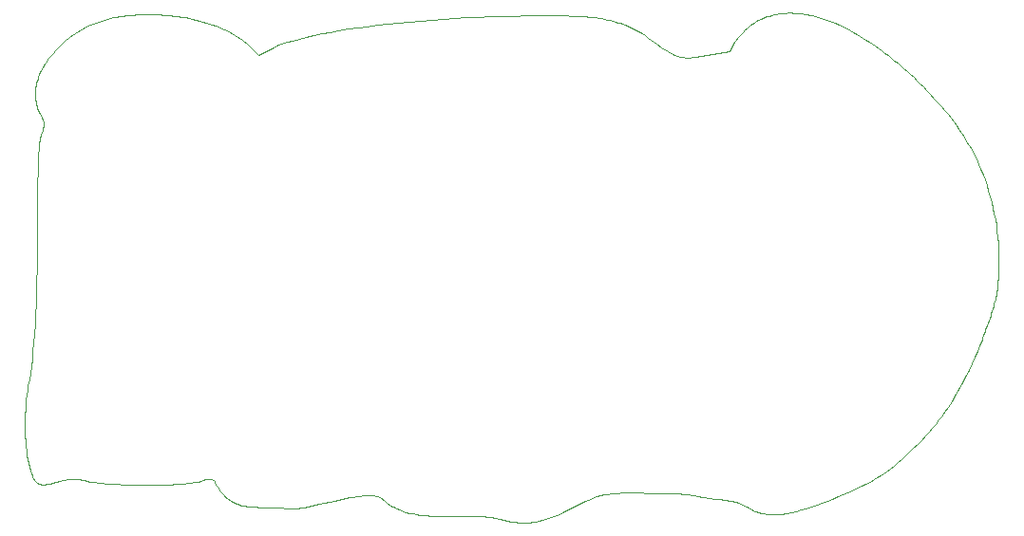
<source format=gbr>
G04 #@! TF.FileFunction,Profile,NP*
%FSLAX46Y46*%
G04 Gerber Fmt 4.6, Leading zero omitted, Abs format (unit mm)*
G04 Created by KiCad (PCBNEW 4.0.7-e0-6372~58~ubuntu16.04.1) date Tue Jul 24 02:48:08 2018*
%MOMM*%
%LPD*%
G01*
G04 APERTURE LIST*
%ADD10C,0.100000*%
G04 APERTURE END LIST*
D10*
X52503771Y-74955291D02*
X52774141Y-74874406D01*
X52774141Y-74874406D02*
X52997865Y-74814360D01*
X52997865Y-74814360D02*
X53181038Y-74775295D01*
X53181038Y-74775295D02*
X53259323Y-74763668D01*
X53259323Y-74763668D02*
X53329756Y-74757346D01*
X53329756Y-74757346D02*
X53393099Y-74756217D01*
X53393099Y-74756217D02*
X53450114Y-74760535D01*
X53450114Y-74760535D02*
X53501562Y-74770187D01*
X53501562Y-74770187D02*
X53548207Y-74785229D01*
X53548207Y-74785229D02*
X53590809Y-74805662D01*
X53590809Y-74805662D02*
X53630130Y-74831486D01*
X53630130Y-74831486D02*
X53666934Y-74862722D01*
X53666934Y-74862722D02*
X53701980Y-74899394D01*
X53701980Y-74899394D02*
X53769851Y-74989110D01*
X53769851Y-74989110D02*
X53839838Y-75100776D01*
X53839838Y-75100776D02*
X54010544Y-75390511D01*
X54010544Y-75390511D02*
X54123453Y-75568859D01*
X54123453Y-75568859D02*
X54262860Y-75769708D01*
X54262860Y-75769708D02*
X54434860Y-75993197D01*
X54434860Y-75993197D02*
X54534987Y-76113477D01*
X54534987Y-76113477D02*
X54645549Y-76239470D01*
X54645549Y-76239470D02*
X54758232Y-76364091D01*
X54758232Y-76364091D02*
X54877581Y-76478529D01*
X54877581Y-76478529D02*
X55003254Y-76583225D01*
X55003254Y-76583225D02*
X55134912Y-76678619D01*
X55134912Y-76678619D02*
X55272213Y-76765145D01*
X55272213Y-76765145D02*
X55414817Y-76843250D01*
X55414817Y-76843250D02*
X55562383Y-76913374D01*
X55562383Y-76913374D02*
X55714571Y-76975951D01*
X55714571Y-76975951D02*
X55871040Y-77031425D01*
X55871040Y-77031425D02*
X56031450Y-77080232D01*
X56031450Y-77080232D02*
X56195459Y-77122820D01*
X56195459Y-77122820D02*
X56362728Y-77159618D01*
X56362728Y-77159618D02*
X56532915Y-77191075D01*
X56532915Y-77191075D02*
X56705681Y-77217632D01*
X56705681Y-77217632D02*
X56880684Y-77239702D01*
X56880684Y-77239702D02*
X57057584Y-77257764D01*
X57057584Y-77257764D02*
X57415712Y-77283559D01*
X57415712Y-77283559D02*
X57777340Y-77298545D01*
X57777340Y-77298545D02*
X58139743Y-77306222D01*
X58139743Y-77306222D02*
X58500197Y-77310116D01*
X58500197Y-77310116D02*
X58855977Y-77313757D01*
X58855977Y-77313757D02*
X59204357Y-77320643D01*
X59204357Y-77320643D02*
X59542614Y-77334303D01*
X59542614Y-77334303D02*
X59868022Y-77358235D01*
X59868022Y-77358235D02*
X59950589Y-77383014D01*
X59950589Y-77383014D02*
X60039065Y-77403278D01*
X60039065Y-77403278D02*
X60133249Y-77419167D01*
X60133249Y-77419167D02*
X60232944Y-77430851D01*
X60232944Y-77430851D02*
X60448056Y-77442224D01*
X60448056Y-77442224D02*
X60682806Y-77438697D01*
X60682806Y-77438697D02*
X60935587Y-77421594D01*
X60935587Y-77421594D02*
X61204798Y-77392203D01*
X61204798Y-77392203D02*
X61488847Y-77351823D01*
X61488847Y-77351823D02*
X61786122Y-77301748D01*
X61786122Y-77301748D02*
X62095032Y-77243283D01*
X62095032Y-77243283D02*
X62413968Y-77177720D01*
X62413968Y-77177720D02*
X63075531Y-77030496D01*
X63075531Y-77030496D02*
X64448584Y-76708004D01*
X64448584Y-76708004D02*
X65134463Y-76553504D01*
X65134463Y-76553504D02*
X65471637Y-76482483D01*
X65471637Y-76482483D02*
X65802836Y-76417346D01*
X65802836Y-76417346D02*
X66126454Y-76359389D01*
X66126454Y-76359389D02*
X66440898Y-76309915D01*
X66440898Y-76309915D02*
X66744558Y-76270215D01*
X66744558Y-76270215D02*
X67035839Y-76241592D01*
X67035839Y-76241592D02*
X67313142Y-76225336D01*
X67313142Y-76225336D02*
X67574861Y-76222796D01*
X67574861Y-76222796D02*
X67819398Y-76235186D01*
X67819398Y-76235186D02*
X67934723Y-76247406D01*
X67934723Y-76247406D02*
X68045153Y-76263859D01*
X68045153Y-76263859D02*
X68150484Y-76284687D01*
X68150484Y-76284687D02*
X68250524Y-76310087D01*
X68250524Y-76310087D02*
X68345065Y-76340192D01*
X68345065Y-76340192D02*
X68433909Y-76375176D01*
X68433909Y-76375176D02*
X68516857Y-76415198D01*
X68516857Y-76415198D02*
X68593711Y-76460427D01*
X68593711Y-76460427D02*
X68664267Y-76511018D01*
X68664267Y-76511018D02*
X68728326Y-76567135D01*
X68728326Y-76567135D02*
X68848677Y-76673169D01*
X68848677Y-76673169D02*
X68970944Y-76774210D01*
X68970944Y-76774210D02*
X69095090Y-76870377D01*
X69095090Y-76870377D02*
X69221080Y-76961792D01*
X69221080Y-76961792D02*
X69348876Y-77048570D01*
X69348876Y-77048570D02*
X69478444Y-77130832D01*
X69478444Y-77130832D02*
X69609748Y-77208691D01*
X69609748Y-77208691D02*
X69742754Y-77282275D01*
X69742754Y-77282275D02*
X69877424Y-77351693D01*
X69877424Y-77351693D02*
X70013724Y-77417070D01*
X70013724Y-77417070D02*
X70291066Y-77536171D01*
X70291066Y-77536171D02*
X70574502Y-77640522D01*
X70574502Y-77640522D02*
X70863740Y-77731073D01*
X70863740Y-77731073D02*
X71158499Y-77808775D01*
X71158499Y-77808775D02*
X71458490Y-77874575D01*
X71458490Y-77874575D02*
X71763431Y-77929422D01*
X71763431Y-77929422D02*
X72073034Y-77974264D01*
X72073034Y-77974264D02*
X72387018Y-78010050D01*
X72387018Y-78010050D02*
X72705093Y-78037736D01*
X72705093Y-78037736D02*
X73026976Y-78058253D01*
X73026976Y-78058253D02*
X73352384Y-78072562D01*
X73352384Y-78072562D02*
X73681029Y-78081621D01*
X73681029Y-78081621D02*
X74012626Y-78086363D01*
X74012626Y-78086363D02*
X74683539Y-78086645D01*
X74683539Y-78086645D02*
X75362839Y-78081142D01*
X75362839Y-78081142D02*
X76048247Y-78077360D01*
X76048247Y-78077360D02*
X76737479Y-78082920D01*
X76737479Y-78082920D02*
X77082817Y-78091556D01*
X77082817Y-78091556D02*
X77428254Y-78105385D01*
X77428254Y-78105385D02*
X77773508Y-78125338D01*
X77773508Y-78125338D02*
X78118293Y-78152375D01*
X78118293Y-78152375D02*
X78462322Y-78187427D01*
X78462322Y-78187427D02*
X78805312Y-78231450D01*
X78805312Y-78231450D02*
X79181280Y-78351564D01*
X79181280Y-78351564D02*
X79546467Y-78451414D01*
X79546467Y-78451414D02*
X79901353Y-78531870D01*
X79901353Y-78531870D02*
X80246404Y-78593793D01*
X80246404Y-78593793D02*
X80582098Y-78638048D01*
X80582098Y-78638048D02*
X80908903Y-78665508D01*
X80908903Y-78665508D02*
X81227298Y-78677023D01*
X81227298Y-78677023D02*
X81537748Y-78673467D01*
X81537748Y-78673467D02*
X81840733Y-78655687D01*
X81840733Y-78655687D02*
X82136719Y-78624577D01*
X82136719Y-78624577D02*
X82426186Y-78580988D01*
X82426186Y-78580988D02*
X82709602Y-78525786D01*
X82709602Y-78525786D02*
X82987439Y-78459830D01*
X82987439Y-78459830D02*
X83260173Y-78383994D01*
X83260173Y-78383994D02*
X83528272Y-78299136D01*
X83528272Y-78299136D02*
X83792215Y-78206121D01*
X83792215Y-78206121D02*
X84052472Y-78105819D01*
X84052472Y-78105819D02*
X84309514Y-77999088D01*
X84309514Y-77999088D02*
X84563816Y-77886795D01*
X84563816Y-77886795D02*
X84815849Y-77769808D01*
X84815849Y-77769808D02*
X85315004Y-77525201D01*
X85315004Y-77525201D02*
X85810759Y-77272183D01*
X85810759Y-77272183D02*
X86306897Y-77017672D01*
X86306897Y-77017672D02*
X86807198Y-76768588D01*
X86807198Y-76768588D02*
X87060091Y-76648243D01*
X87060091Y-76648243D02*
X87315446Y-76531846D01*
X87315446Y-76531846D02*
X87573733Y-76420267D01*
X87573733Y-76420267D02*
X87835423Y-76314366D01*
X87835423Y-76314366D02*
X88175978Y-76235815D01*
X88175978Y-76235815D02*
X88504781Y-76170816D01*
X88504781Y-76170816D02*
X88824305Y-76118202D01*
X88824305Y-76118202D02*
X89137018Y-76076811D01*
X89137018Y-76076811D02*
X89445394Y-76045481D01*
X89445394Y-76045481D02*
X89751904Y-76023045D01*
X89751904Y-76023045D02*
X90059015Y-76008341D01*
X90059015Y-76008341D02*
X90369200Y-76000213D01*
X90369200Y-76000213D02*
X90684931Y-75997391D01*
X90684931Y-75997391D02*
X91008679Y-75998802D01*
X91008679Y-75998802D02*
X91690105Y-76009893D01*
X91690105Y-76009893D02*
X92433244Y-76023976D01*
X92433244Y-76023976D02*
X93257863Y-76031737D01*
X93257863Y-76031737D02*
X93842622Y-76035547D01*
X93842622Y-76035547D02*
X94352086Y-76044635D01*
X94352086Y-76044635D02*
X94795480Y-76058802D01*
X94795480Y-76058802D02*
X95182037Y-76077796D01*
X95182037Y-76077796D02*
X95520986Y-76101418D01*
X95520986Y-76101418D02*
X95821553Y-76129386D01*
X95821553Y-76129386D02*
X96092971Y-76161509D01*
X96092971Y-76161509D02*
X96344468Y-76197540D01*
X96344468Y-76197540D02*
X96585274Y-76237249D01*
X96585274Y-76237249D02*
X96824615Y-76280406D01*
X96824615Y-76280406D02*
X97335833Y-76376130D01*
X97335833Y-76376130D02*
X97951949Y-76482861D01*
X97951949Y-76482861D02*
X98322422Y-76539777D01*
X98322422Y-76539777D02*
X98746805Y-76598747D01*
X98746805Y-76598747D02*
X100279469Y-76800855D01*
X100279469Y-76800855D02*
X101359455Y-77365045D01*
X101359455Y-77365045D02*
X101646308Y-77506012D01*
X101646308Y-77506012D02*
X101788788Y-77569100D01*
X101788788Y-77569100D02*
X101931025Y-77627247D01*
X101931025Y-77627247D02*
X102073302Y-77680445D01*
X102073302Y-77680445D02*
X102215912Y-77728688D01*
X102215912Y-77728688D02*
X102359139Y-77771967D01*
X102359139Y-77771967D02*
X102503276Y-77810279D01*
X102503276Y-77810279D02*
X102648609Y-77843609D01*
X102648609Y-77843609D02*
X102795427Y-77871953D01*
X102795427Y-77871953D02*
X102944014Y-77895321D01*
X102944014Y-77895321D02*
X103094667Y-77913665D01*
X103094667Y-77913665D02*
X103247665Y-77927014D01*
X103247665Y-77927014D02*
X103403305Y-77935340D01*
X103403305Y-77935340D02*
X103561869Y-77938642D01*
X103561869Y-77938642D02*
X103723647Y-77936949D01*
X103723647Y-77936949D02*
X103888931Y-77930175D01*
X103888931Y-77930175D02*
X104058001Y-77918378D01*
X104058001Y-77918378D02*
X104231156Y-77901502D01*
X104231156Y-77901502D02*
X104408677Y-77879573D01*
X104408677Y-77879573D02*
X104590854Y-77852593D01*
X104590854Y-77852593D02*
X104777976Y-77820526D01*
X104777976Y-77820526D02*
X105168204Y-77741140D01*
X105168204Y-77741140D02*
X105581677Y-77641360D01*
X105581677Y-77641360D02*
X106020693Y-77521128D01*
X106020693Y-77521128D02*
X106487562Y-77380384D01*
X106487562Y-77380384D02*
X106984589Y-77219071D01*
X106984589Y-77219071D02*
X107455847Y-77057728D01*
X107455847Y-77057728D02*
X107926633Y-76889394D01*
X107926633Y-76889394D02*
X108395043Y-76714944D01*
X108395043Y-76714944D02*
X108859165Y-76535247D01*
X108859165Y-76535247D02*
X109317091Y-76351179D01*
X109317091Y-76351179D02*
X109766908Y-76163611D01*
X109766908Y-76163611D02*
X110206712Y-75973416D01*
X110206712Y-75973416D02*
X110634591Y-75781465D01*
X110634591Y-75781465D02*
X111048637Y-75588634D01*
X111048637Y-75588634D02*
X111446937Y-75395792D01*
X111446937Y-75395792D02*
X111827587Y-75203813D01*
X111827587Y-75203813D02*
X112188673Y-75013573D01*
X112188673Y-75013573D02*
X112528291Y-74825937D01*
X112528291Y-74825937D02*
X112844527Y-74641784D01*
X112844527Y-74641784D02*
X113135475Y-74461986D01*
X113135475Y-74461986D02*
X113399223Y-74287412D01*
X113399223Y-74287412D02*
X113692929Y-74077168D01*
X113692929Y-74077168D02*
X114003534Y-73839511D01*
X114003534Y-73839511D02*
X114328287Y-73577166D01*
X114328287Y-73577166D02*
X114664434Y-73292858D01*
X114664434Y-73292858D02*
X115009211Y-72989314D01*
X115009211Y-72989314D02*
X115359869Y-72669257D01*
X115359869Y-72669257D02*
X115713646Y-72335417D01*
X115713646Y-72335417D02*
X116067792Y-71990513D01*
X116067792Y-71990513D02*
X116419548Y-71637278D01*
X116419548Y-71637278D02*
X116766159Y-71278435D01*
X116766159Y-71278435D02*
X117104868Y-70916705D01*
X117104868Y-70916705D02*
X117432921Y-70554823D01*
X117432921Y-70554823D02*
X117747556Y-70195506D01*
X117747556Y-70195506D02*
X118046026Y-69841484D01*
X118046026Y-69841484D02*
X118325570Y-69495482D01*
X118325570Y-69495482D02*
X118583431Y-69160225D01*
X118583431Y-69160225D02*
X118724968Y-68966767D01*
X118724968Y-68966767D02*
X118869993Y-68760347D01*
X118869993Y-68760347D02*
X119168624Y-68312404D01*
X119168624Y-68312404D02*
X119475569Y-67823968D01*
X119475569Y-67823968D02*
X119787072Y-67302607D01*
X119787072Y-67302607D02*
X120099381Y-66755898D01*
X120099381Y-66755898D02*
X120408739Y-66191405D01*
X120408739Y-66191405D02*
X120711392Y-65616702D01*
X120711392Y-65616702D02*
X121003585Y-65039363D01*
X121003585Y-65039363D02*
X121281565Y-64466954D01*
X121281565Y-64466954D02*
X121541579Y-63907048D01*
X121541579Y-63907048D02*
X121779868Y-63367216D01*
X121779868Y-63367216D02*
X121992680Y-62855028D01*
X121992680Y-62855028D02*
X122176260Y-62378056D01*
X122176260Y-62378056D02*
X122255917Y-62155143D01*
X122255917Y-62155143D02*
X122326857Y-61943871D01*
X122326857Y-61943871D02*
X122388610Y-61745187D01*
X122388610Y-61745187D02*
X122440711Y-61560040D01*
X122440711Y-61560040D02*
X122482686Y-61389378D01*
X122482686Y-61389378D02*
X122514069Y-61234141D01*
X122514069Y-61234141D02*
X122606373Y-61039038D01*
X122606373Y-61039038D02*
X122694728Y-60840219D01*
X122694728Y-60840219D02*
X122779160Y-60637792D01*
X122779160Y-60637792D02*
X122859690Y-60431866D01*
X122859690Y-60431866D02*
X122936344Y-60222547D01*
X122936344Y-60222547D02*
X123009143Y-60009946D01*
X123009143Y-60009946D02*
X123078115Y-59794168D01*
X123078115Y-59794168D02*
X123143281Y-59575321D01*
X123143281Y-59575321D02*
X123204667Y-59353514D01*
X123204667Y-59353514D02*
X123262294Y-59128854D01*
X123262294Y-59128854D02*
X123366372Y-58671411D01*
X123366372Y-58671411D02*
X123455703Y-58203854D01*
X123455703Y-58203854D02*
X123530484Y-57727045D01*
X123530484Y-57727045D02*
X123590902Y-57241852D01*
X123590902Y-57241852D02*
X123637150Y-56749134D01*
X123637150Y-56749134D02*
X123669416Y-56249753D01*
X123669416Y-56249753D02*
X123687902Y-55744578D01*
X123687902Y-55744578D02*
X123692784Y-55234470D01*
X123692784Y-55234470D02*
X123684261Y-54720292D01*
X123684261Y-54720292D02*
X123662502Y-54202908D01*
X123662502Y-54202908D02*
X123627729Y-53683179D01*
X123627729Y-53683179D02*
X123580118Y-53161974D01*
X123580118Y-53161974D02*
X123519864Y-52640151D01*
X123519864Y-52640151D02*
X123447158Y-52118576D01*
X123447158Y-52118576D02*
X123362186Y-51598113D01*
X123362186Y-51598113D02*
X123265141Y-51079623D01*
X123265141Y-51079623D02*
X123156218Y-50563972D01*
X123156218Y-50563972D02*
X123035601Y-50052021D01*
X123035601Y-50052021D02*
X122903488Y-49544633D01*
X122903488Y-49544633D02*
X122760062Y-49042676D01*
X122760062Y-49042676D02*
X122605520Y-48547012D01*
X122605520Y-48547012D02*
X122440051Y-48058502D01*
X122440051Y-48058502D02*
X122263842Y-47578010D01*
X122263842Y-47578010D02*
X122077093Y-47106400D01*
X122077093Y-47106400D02*
X121879986Y-46644535D01*
X121879986Y-46644535D02*
X121672714Y-46193281D01*
X121672714Y-46193281D02*
X121455470Y-45753497D01*
X121455470Y-45753497D02*
X121242226Y-45357754D01*
X121242226Y-45357754D02*
X121028316Y-44975651D01*
X121028316Y-44975651D02*
X120812424Y-44605406D01*
X120812424Y-44605406D02*
X120593231Y-44245254D01*
X120593231Y-44245254D02*
X120369414Y-43893413D01*
X120369414Y-43893413D02*
X120139657Y-43548114D01*
X120139657Y-43548114D02*
X119902639Y-43207577D01*
X119902639Y-43207577D02*
X119657040Y-42870033D01*
X119657040Y-42870033D02*
X119401545Y-42533703D01*
X119401545Y-42533703D02*
X119134825Y-42196818D01*
X119134825Y-42196818D02*
X118855572Y-41857598D01*
X118855572Y-41857598D02*
X118562456Y-41514272D01*
X118562456Y-41514272D02*
X118254165Y-41165064D01*
X118254165Y-41165064D02*
X117929378Y-40808202D01*
X117929378Y-40808202D02*
X117586771Y-40441908D01*
X117586771Y-40441908D02*
X117225030Y-40064409D01*
X117225030Y-40064409D02*
X116938129Y-39771316D01*
X116938129Y-39771316D02*
X116651256Y-39484281D01*
X116651256Y-39484281D02*
X116364473Y-39203326D01*
X116364473Y-39203326D02*
X116077836Y-38928471D01*
X116077836Y-38928471D02*
X115791409Y-38659738D01*
X115791409Y-38659738D02*
X115505244Y-38397147D01*
X115505244Y-38397147D02*
X115219407Y-38140720D01*
X115219407Y-38140720D02*
X114933950Y-37890477D01*
X114933950Y-37890477D02*
X114648934Y-37646440D01*
X114648934Y-37646440D02*
X114364420Y-37408630D01*
X114364420Y-37408630D02*
X114080465Y-37177067D01*
X114080465Y-37177067D02*
X113797131Y-36951772D01*
X113797131Y-36951772D02*
X113514471Y-36732768D01*
X113514471Y-36732768D02*
X113232546Y-36520074D01*
X113232546Y-36520074D02*
X112951418Y-36313712D01*
X112951418Y-36313712D02*
X112671141Y-36113702D01*
X112671141Y-36113702D02*
X112391777Y-35920067D01*
X112391777Y-35920067D02*
X112113382Y-35732826D01*
X112113382Y-35732826D02*
X111836020Y-35552001D01*
X111836020Y-35552001D02*
X111559744Y-35377612D01*
X111559744Y-35377612D02*
X111284614Y-35209681D01*
X111284614Y-35209681D02*
X111010692Y-35048230D01*
X111010692Y-35048230D02*
X110738034Y-34893278D01*
X110738034Y-34893278D02*
X110466700Y-34744847D01*
X110466700Y-34744847D02*
X110196749Y-34602958D01*
X110196749Y-34602958D02*
X109928237Y-34467631D01*
X109928237Y-34467631D02*
X109661224Y-34338889D01*
X109661224Y-34338889D02*
X109395771Y-34216751D01*
X109395771Y-34216751D02*
X109131936Y-34101240D01*
X109131936Y-34101240D02*
X108869777Y-33992376D01*
X108869777Y-33992376D02*
X108609354Y-33890179D01*
X108609354Y-33890179D02*
X108350722Y-33794672D01*
X108350722Y-33794672D02*
X108093945Y-33705875D01*
X108093945Y-33705875D02*
X107839076Y-33623808D01*
X107839076Y-33623808D02*
X107586180Y-33548494D01*
X107586180Y-33548494D02*
X107335312Y-33479953D01*
X107335312Y-33479953D02*
X107086531Y-33418206D01*
X107086531Y-33418206D02*
X106839897Y-33363274D01*
X106839897Y-33363274D02*
X106595470Y-33315179D01*
X106595470Y-33315179D02*
X106353303Y-33273940D01*
X106353303Y-33273940D02*
X106113462Y-33239580D01*
X106113462Y-33239580D02*
X105876001Y-33212119D01*
X105876001Y-33212119D02*
X105640980Y-33191579D01*
X105640980Y-33191579D02*
X105408457Y-33177979D01*
X105408457Y-33177979D02*
X105178494Y-33171341D01*
X105178494Y-33171341D02*
X104951147Y-33171680D01*
X104951147Y-33171680D02*
X104726476Y-33179029D01*
X104726476Y-33179029D02*
X104504539Y-33193405D01*
X104504539Y-33193405D02*
X104285393Y-33214826D01*
X104285393Y-33214826D02*
X104069101Y-33243315D01*
X104069101Y-33243315D02*
X103855719Y-33278893D01*
X103855719Y-33278893D02*
X103645308Y-33321580D01*
X103645308Y-33321580D02*
X103437923Y-33371397D01*
X103437923Y-33371397D02*
X103233625Y-33428367D01*
X103233625Y-33428367D02*
X103032471Y-33492508D01*
X103032471Y-33492508D02*
X102834523Y-33563843D01*
X102834523Y-33563843D02*
X102639840Y-33642392D01*
X102639840Y-33642392D02*
X102448477Y-33728177D01*
X102448477Y-33728177D02*
X102260494Y-33821219D01*
X102260494Y-33821219D02*
X102075952Y-33921538D01*
X102075952Y-33921538D02*
X101894909Y-34029155D01*
X101894909Y-34029155D02*
X101717423Y-34144093D01*
X101717423Y-34144093D02*
X101543551Y-34266370D01*
X101543551Y-34266370D02*
X101373354Y-34396010D01*
X101373354Y-34396010D02*
X101207357Y-34536270D01*
X101207357Y-34536270D02*
X101035289Y-34697732D01*
X101035289Y-34697732D02*
X100862151Y-34874674D01*
X100862151Y-34874674D02*
X100692933Y-35061373D01*
X100692933Y-35061373D02*
X100532640Y-35252106D01*
X100532640Y-35252106D02*
X100386260Y-35441150D01*
X100386260Y-35441150D02*
X100258794Y-35622784D01*
X100258794Y-35622784D02*
X100155235Y-35791283D01*
X100155235Y-35791283D02*
X99719168Y-36567159D01*
X99719168Y-36567159D02*
X96665151Y-37099133D01*
X96665151Y-37099133D02*
X96500983Y-37124758D01*
X96500983Y-37124758D02*
X96341948Y-37143653D01*
X96341948Y-37143653D02*
X96187789Y-37156014D01*
X96187789Y-37156014D02*
X96038251Y-37162040D01*
X96038251Y-37162040D02*
X95893082Y-37161930D01*
X95893082Y-37161930D02*
X95752019Y-37155882D01*
X95752019Y-37155882D02*
X95614813Y-37144097D01*
X95614813Y-37144097D02*
X95481207Y-37126771D01*
X95481207Y-37126771D02*
X95350947Y-37104103D01*
X95350947Y-37104103D02*
X95223772Y-37076293D01*
X95223772Y-37076293D02*
X95099433Y-37043538D01*
X95099433Y-37043538D02*
X94977671Y-37006036D01*
X94977671Y-37006036D02*
X94858235Y-36963987D01*
X94858235Y-36963987D02*
X94740862Y-36917589D01*
X94740862Y-36917589D02*
X94625303Y-36867041D01*
X94625303Y-36867041D02*
X94511299Y-36812541D01*
X94511299Y-36812541D02*
X94286941Y-36692479D01*
X94286941Y-36692479D02*
X94065741Y-36558992D01*
X94065741Y-36558992D02*
X93845658Y-36413670D01*
X93845658Y-36413670D02*
X93624650Y-36258098D01*
X93624650Y-36258098D02*
X93171684Y-35922566D01*
X93171684Y-35922566D02*
X92690492Y-35565104D01*
X92690492Y-35565104D02*
X92434203Y-35382120D01*
X92434203Y-35382120D02*
X92164726Y-35198418D01*
X92164726Y-35198418D02*
X91880023Y-35015588D01*
X91880023Y-35015588D02*
X91578045Y-34835217D01*
X91578045Y-34835217D02*
X91256750Y-34658894D01*
X91256750Y-34658894D02*
X90914098Y-34488207D01*
X90914098Y-34488207D02*
X90734122Y-34405473D01*
X90734122Y-34405473D02*
X90548042Y-34324745D01*
X90548042Y-34324745D02*
X90355597Y-34246220D01*
X90355597Y-34246220D02*
X90156537Y-34170096D01*
X90156537Y-34170096D02*
X89950605Y-34096573D01*
X89950605Y-34096573D02*
X89737545Y-34025849D01*
X89737545Y-34025849D02*
X89517104Y-33958122D01*
X89517104Y-33958122D02*
X89289020Y-33893592D01*
X89289020Y-33893592D02*
X89053046Y-33832456D01*
X89053046Y-33832456D02*
X88808921Y-33774913D01*
X88808921Y-33774913D02*
X88556388Y-33721162D01*
X88556388Y-33721162D02*
X88295197Y-33671402D01*
X88295197Y-33671402D02*
X88025091Y-33625830D01*
X88025091Y-33625830D02*
X87745815Y-33584645D01*
X87745815Y-33584645D02*
X87457110Y-33548047D01*
X87457110Y-33548047D02*
X87158725Y-33516233D01*
X87158725Y-33516233D02*
X86850400Y-33489402D01*
X86850400Y-33489402D02*
X86531884Y-33467753D01*
X86531884Y-33467753D02*
X86202920Y-33451483D01*
X86202920Y-33451483D02*
X85863252Y-33440792D01*
X85863252Y-33440792D02*
X84781934Y-33421068D01*
X84781934Y-33421068D02*
X83697371Y-33410761D01*
X83697371Y-33410761D02*
X82611355Y-33409660D01*
X82611355Y-33409660D02*
X81525663Y-33417588D01*
X81525663Y-33417588D02*
X80442091Y-33434335D01*
X80442091Y-33434335D02*
X79362422Y-33459701D01*
X79362422Y-33459701D02*
X78288442Y-33493487D01*
X78288442Y-33493487D02*
X77221941Y-33535494D01*
X77221941Y-33535494D02*
X76164706Y-33585522D01*
X76164706Y-33585522D02*
X75118519Y-33643372D01*
X75118519Y-33643372D02*
X74085174Y-33708844D01*
X74085174Y-33708844D02*
X73066451Y-33781740D01*
X73066451Y-33781740D02*
X72064141Y-33861860D01*
X72064141Y-33861860D02*
X71080033Y-33949004D01*
X71080033Y-33949004D02*
X70115908Y-34042973D01*
X70115908Y-34042973D02*
X69173559Y-34143568D01*
X69173559Y-34143568D02*
X68254768Y-34250590D01*
X68254768Y-34250590D02*
X67361326Y-34363839D01*
X67361326Y-34363839D02*
X66495017Y-34483116D01*
X66495017Y-34483116D02*
X65657630Y-34608222D01*
X65657630Y-34608222D02*
X64850948Y-34738956D01*
X64850948Y-34738956D02*
X64076765Y-34875121D01*
X64076765Y-34875121D02*
X63336863Y-35016516D01*
X63336863Y-35016516D02*
X62633029Y-35162942D01*
X62633029Y-35162942D02*
X61967049Y-35314200D01*
X61967049Y-35314200D02*
X61340717Y-35470090D01*
X61340717Y-35470090D02*
X60755811Y-35630413D01*
X60755811Y-35630413D02*
X60214122Y-35794970D01*
X60214122Y-35794970D02*
X59960043Y-35878774D01*
X59960043Y-35878774D02*
X59717439Y-35963562D01*
X59717439Y-35963562D02*
X59486533Y-36049309D01*
X59486533Y-36049309D02*
X59267546Y-36135989D01*
X59267546Y-36135989D02*
X59060705Y-36223578D01*
X59060705Y-36223578D02*
X58866231Y-36312051D01*
X58866231Y-36312051D02*
X58684348Y-36401383D01*
X58684348Y-36401383D02*
X58515280Y-36491550D01*
X58515280Y-36491550D02*
X57676038Y-36959085D01*
X57676038Y-36959085D02*
X56926232Y-36191215D01*
X56926232Y-36191215D02*
X56764459Y-36032469D01*
X56764459Y-36032469D02*
X56592729Y-35877251D01*
X56592729Y-35877251D02*
X56411315Y-35725651D01*
X56411315Y-35725651D02*
X56220491Y-35577759D01*
X56220491Y-35577759D02*
X56020530Y-35433664D01*
X56020530Y-35433664D02*
X55811705Y-35293456D01*
X55811705Y-35293456D02*
X55594290Y-35157226D01*
X55594290Y-35157226D02*
X55368557Y-35025064D01*
X55368557Y-35025064D02*
X55134781Y-34897059D01*
X55134781Y-34897059D02*
X54893234Y-34773302D01*
X54893234Y-34773302D02*
X54644191Y-34653882D01*
X54644191Y-34653882D02*
X54387923Y-34538889D01*
X54387923Y-34538889D02*
X54124704Y-34428414D01*
X54124704Y-34428414D02*
X53854809Y-34322546D01*
X53854809Y-34322546D02*
X53578509Y-34221375D01*
X53578509Y-34221375D02*
X53296079Y-34124992D01*
X53296079Y-34124992D02*
X53007791Y-34033486D01*
X53007791Y-34033486D02*
X52713919Y-33946947D01*
X52713919Y-33946947D02*
X52414736Y-33865466D01*
X52414736Y-33865466D02*
X52110516Y-33789131D01*
X52110516Y-33789131D02*
X51801532Y-33718034D01*
X51801532Y-33718034D02*
X51488057Y-33652264D01*
X51488057Y-33652264D02*
X51170364Y-33591911D01*
X51170364Y-33591911D02*
X50848726Y-33537065D01*
X50848726Y-33537065D02*
X50523418Y-33487816D01*
X50523418Y-33487816D02*
X50194712Y-33444255D01*
X50194712Y-33444255D02*
X49862882Y-33406470D01*
X49862882Y-33406470D02*
X49528201Y-33374552D01*
X49528201Y-33374552D02*
X49190942Y-33348591D01*
X49190942Y-33348591D02*
X48851378Y-33328677D01*
X48851378Y-33328677D02*
X48509783Y-33314899D01*
X48509783Y-33314899D02*
X48166430Y-33307350D01*
X48166430Y-33307350D02*
X47823522Y-33305572D01*
X47823522Y-33305572D02*
X47487713Y-33309108D01*
X47487713Y-33309108D02*
X47158844Y-33318029D01*
X47158844Y-33318029D02*
X46836757Y-33332388D01*
X46836757Y-33332388D02*
X46521294Y-33352240D01*
X46521294Y-33352240D02*
X46212297Y-33377640D01*
X46212297Y-33377640D02*
X45909606Y-33408644D01*
X45909606Y-33408644D02*
X45613063Y-33445306D01*
X45613063Y-33445306D02*
X45322510Y-33487681D01*
X45322510Y-33487681D02*
X45037789Y-33535825D01*
X45037789Y-33535825D02*
X44758741Y-33589792D01*
X44758741Y-33589792D02*
X44485207Y-33649637D01*
X44485207Y-33649637D02*
X44217030Y-33715415D01*
X44217030Y-33715415D02*
X43954050Y-33787181D01*
X43954050Y-33787181D02*
X43696109Y-33864991D01*
X43696109Y-33864991D02*
X43443049Y-33948898D01*
X43443049Y-33948898D02*
X43194711Y-34038959D01*
X43194711Y-34038959D02*
X42950937Y-34135227D01*
X42950937Y-34135227D02*
X42711569Y-34237758D01*
X42711569Y-34237758D02*
X42476447Y-34346608D01*
X42476447Y-34346608D02*
X42245414Y-34461830D01*
X42245414Y-34461830D02*
X42018311Y-34583480D01*
X42018311Y-34583480D02*
X41794980Y-34711613D01*
X41794980Y-34711613D02*
X41575262Y-34846284D01*
X41575262Y-34846284D02*
X41358998Y-34987548D01*
X41358998Y-34987548D02*
X41146031Y-35135460D01*
X41146031Y-35135460D02*
X40936202Y-35290074D01*
X40936202Y-35290074D02*
X40729352Y-35451446D01*
X40729352Y-35451446D02*
X40525323Y-35619631D01*
X40525323Y-35619631D02*
X40323957Y-35794684D01*
X40323957Y-35794684D02*
X40125094Y-35976659D01*
X40125094Y-35976659D02*
X39928577Y-36165612D01*
X39928577Y-36165612D02*
X39742207Y-36353802D01*
X39742207Y-36353802D02*
X39564156Y-36542992D01*
X39564156Y-36542992D02*
X39394452Y-36733080D01*
X39394452Y-36733080D02*
X39233124Y-36923966D01*
X39233124Y-36923966D02*
X39080200Y-37115549D01*
X39080200Y-37115549D02*
X38935709Y-37307730D01*
X38935709Y-37307730D02*
X38799679Y-37500406D01*
X38799679Y-37500406D02*
X38672138Y-37693478D01*
X38672138Y-37693478D02*
X38553115Y-37886846D01*
X38553115Y-37886846D02*
X38442637Y-38080407D01*
X38442637Y-38080407D02*
X38340734Y-38274062D01*
X38340734Y-38274062D02*
X38247434Y-38467711D01*
X38247434Y-38467711D02*
X38162765Y-38661252D01*
X38162765Y-38661252D02*
X38086755Y-38854585D01*
X38086755Y-38854585D02*
X38019433Y-39047608D01*
X38019433Y-39047608D02*
X37960827Y-39240223D01*
X37960827Y-39240223D02*
X37910966Y-39432328D01*
X37910966Y-39432328D02*
X37869878Y-39623822D01*
X37869878Y-39623822D02*
X37837592Y-39814605D01*
X37837592Y-39814605D02*
X37814133Y-40004576D01*
X37814133Y-40004576D02*
X37799534Y-40193635D01*
X37799534Y-40193635D02*
X37793822Y-40381680D01*
X37793822Y-40381680D02*
X37797025Y-40568613D01*
X37797025Y-40568613D02*
X37809169Y-40754332D01*
X37809169Y-40754332D02*
X37830285Y-40938733D01*
X37830285Y-40938733D02*
X37860402Y-41121720D01*
X37860402Y-41121720D02*
X37899547Y-41303192D01*
X37899547Y-41303192D02*
X37947748Y-41483047D01*
X37947748Y-41483047D02*
X38005035Y-41661182D01*
X38005035Y-41661182D02*
X38071435Y-41837504D01*
X38071435Y-41837504D02*
X38146977Y-42011903D01*
X38146977Y-42011903D02*
X38231688Y-42184284D01*
X38231688Y-42184284D02*
X38368574Y-42452567D01*
X38368574Y-42452567D02*
X38422890Y-42566963D01*
X38422890Y-42566963D02*
X38467977Y-42671315D01*
X38467977Y-42671315D02*
X38503973Y-42767962D01*
X38503973Y-42767962D02*
X38531022Y-42859250D01*
X38531022Y-42859250D02*
X38549262Y-42947512D01*
X38549262Y-42947512D02*
X38558832Y-43035097D01*
X38558832Y-43035097D02*
X38559876Y-43124341D01*
X38559876Y-43124341D02*
X38552533Y-43217584D01*
X38552533Y-43217584D02*
X38536943Y-43317169D01*
X38536943Y-43317169D02*
X38513247Y-43425438D01*
X38513247Y-43425438D02*
X38442101Y-43677381D01*
X38442101Y-43677381D02*
X38340217Y-43992140D01*
X38340217Y-43992140D02*
X38291904Y-44152538D01*
X38291904Y-44152538D02*
X38248266Y-44331806D01*
X38248266Y-44331806D02*
X38209035Y-44536028D01*
X38209035Y-44536028D02*
X38173945Y-44771277D01*
X38173945Y-44771277D02*
X38142728Y-45043632D01*
X38142728Y-45043632D02*
X38115119Y-45359171D01*
X38115119Y-45359171D02*
X38090850Y-45723974D01*
X38090850Y-45723974D02*
X38069656Y-46144116D01*
X38069656Y-46144116D02*
X38051266Y-46625677D01*
X38051266Y-46625677D02*
X38035416Y-47174735D01*
X38035416Y-47174735D02*
X38010270Y-48499655D01*
X38010270Y-48499655D02*
X37992078Y-50167495D01*
X37992078Y-50167495D02*
X37978709Y-52226882D01*
X37978709Y-52226882D02*
X37969390Y-53546508D01*
X37969390Y-53546508D02*
X37955257Y-54795733D01*
X37955257Y-54795733D02*
X37936150Y-55977321D01*
X37936150Y-55977321D02*
X37911913Y-57094032D01*
X37911913Y-57094032D02*
X37882387Y-58148626D01*
X37882387Y-58148626D02*
X37847414Y-59143860D01*
X37847414Y-59143860D02*
X37806835Y-60082497D01*
X37806835Y-60082497D02*
X37760491Y-60967298D01*
X37760491Y-60967298D02*
X37708225Y-61801021D01*
X37708225Y-61801021D02*
X37649877Y-62586429D01*
X37649877Y-62586429D02*
X37585290Y-63326280D01*
X37585290Y-63326280D02*
X37514305Y-64023332D01*
X37514305Y-64023332D02*
X37436763Y-64680351D01*
X37436763Y-64680351D02*
X37352507Y-65300091D01*
X37352507Y-65300091D02*
X37261378Y-65885319D01*
X37261378Y-65885319D02*
X37163217Y-66438787D01*
X37163217Y-66438787D02*
X37098566Y-66818540D01*
X37098566Y-66818540D02*
X37042743Y-67223932D01*
X37042743Y-67223932D02*
X36995739Y-67651025D01*
X36995739Y-67651025D02*
X36957542Y-68095883D01*
X36957542Y-68095883D02*
X36928141Y-68554576D01*
X36928141Y-68554576D02*
X36907525Y-69023164D01*
X36907525Y-69023164D02*
X36895686Y-69497718D01*
X36895686Y-69497718D02*
X36892609Y-69974298D01*
X36892609Y-69974298D02*
X36898288Y-70448970D01*
X36898288Y-70448970D02*
X36912709Y-70917800D01*
X36912709Y-70917800D02*
X36935863Y-71376857D01*
X36935863Y-71376857D02*
X36967736Y-71822201D01*
X36967736Y-71822201D02*
X37008320Y-72249898D01*
X37008320Y-72249898D02*
X37057604Y-72656013D01*
X37057604Y-72656013D02*
X37115576Y-73036615D01*
X37115576Y-73036615D02*
X37182226Y-73387764D01*
X37182226Y-73387764D02*
X37257795Y-73714741D01*
X37257795Y-73714741D02*
X37337848Y-74004321D01*
X37337848Y-74004321D02*
X37422488Y-74258450D01*
X37422488Y-74258450D02*
X37511819Y-74479066D01*
X37511819Y-74479066D02*
X37558275Y-74577415D01*
X37558275Y-74577415D02*
X37605942Y-74668116D01*
X37605942Y-74668116D02*
X37654833Y-74751408D01*
X37654833Y-74751408D02*
X37704961Y-74827535D01*
X37704961Y-74827535D02*
X37756338Y-74896741D01*
X37756338Y-74896741D02*
X37808978Y-74959270D01*
X37808978Y-74959270D02*
X37862892Y-75015362D01*
X37862892Y-75015362D02*
X37918095Y-75065259D01*
X37918095Y-75065259D02*
X37974598Y-75109206D01*
X37974598Y-75109206D02*
X38032415Y-75147445D01*
X38032415Y-75147445D02*
X38091559Y-75180216D01*
X38091559Y-75180216D02*
X38152042Y-75207761D01*
X38152042Y-75207761D02*
X38213877Y-75230339D01*
X38213877Y-75230339D02*
X38277077Y-75248175D01*
X38277077Y-75248175D02*
X38341655Y-75261525D01*
X38341655Y-75261525D02*
X38407623Y-75270612D01*
X38407623Y-75270612D02*
X38543783Y-75276990D01*
X38543783Y-75276990D02*
X38685660Y-75269286D01*
X38685660Y-75269286D02*
X38833355Y-75249417D01*
X38833355Y-75249417D02*
X38986972Y-75219344D01*
X38986972Y-75219344D02*
X39146613Y-75181001D01*
X39146613Y-75181001D02*
X39312382Y-75136331D01*
X39312382Y-75136331D02*
X39662710Y-75035769D01*
X39662710Y-75035769D02*
X40038778Y-74933193D01*
X40038778Y-74933193D02*
X40236720Y-74886000D01*
X40236720Y-74886000D02*
X40441406Y-74844129D01*
X40441406Y-74844129D02*
X40652937Y-74809523D01*
X40652937Y-74809523D02*
X40871416Y-74784123D01*
X40871416Y-74784123D02*
X41096945Y-74769871D01*
X41096945Y-74769871D02*
X41329628Y-74768742D01*
X41329628Y-74768742D02*
X41569566Y-74782599D01*
X41569566Y-74782599D02*
X41692289Y-74795779D01*
X41692289Y-74795779D02*
X41816864Y-74813446D01*
X41816864Y-74813446D02*
X41943304Y-74835826D01*
X41943304Y-74835826D02*
X42071622Y-74863174D01*
X42071622Y-74863174D02*
X42201831Y-74895742D01*
X42201831Y-74895742D02*
X42333944Y-74933766D01*
X42333944Y-74933766D02*
X42481775Y-74973040D01*
X42481775Y-74973040D02*
X42661312Y-75010259D01*
X42661312Y-75010259D02*
X42870481Y-75045379D01*
X42870481Y-75045379D02*
X43107208Y-75078360D01*
X43107208Y-75078360D02*
X43369419Y-75109156D01*
X43369419Y-75109156D02*
X43655040Y-75137719D01*
X43655040Y-75137719D02*
X44288217Y-75187989D01*
X44288217Y-75187989D02*
X44990145Y-75228818D01*
X44990145Y-75228818D02*
X45744236Y-75259859D01*
X45744236Y-75259859D02*
X46533894Y-75280772D01*
X46533894Y-75280772D02*
X47342530Y-75291186D01*
X47342530Y-75291186D02*
X48153552Y-75290904D01*
X48153552Y-75290904D02*
X48950367Y-75279305D01*
X48950367Y-75279305D02*
X49716383Y-75256162D01*
X49716383Y-75256162D02*
X50435009Y-75221139D01*
X50435009Y-75221139D02*
X50771366Y-75199069D01*
X50771366Y-75199069D02*
X51089654Y-75173895D01*
X51089654Y-75173895D02*
X51387798Y-75145571D01*
X51387798Y-75145571D02*
X51663724Y-75114055D01*
X51663724Y-75114055D02*
X51915359Y-75079311D01*
X51915359Y-75079311D02*
X52140629Y-75041287D01*
X52140629Y-75041287D02*
X52337459Y-74999944D01*
X52337459Y-74999944D02*
X52503776Y-74955237D01*
X52503776Y-74955237D02*
X52503776Y-74955240D01*
X52503776Y-74955240D02*
X52503771Y-74955291D01*
M02*

</source>
